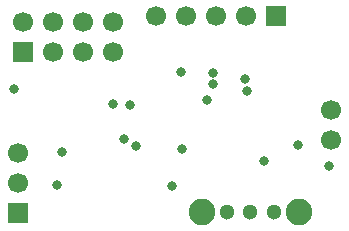
<source format=gbr>
%TF.GenerationSoftware,KiCad,Pcbnew,7.0.5*%
%TF.CreationDate,2024-01-14T18:06:27+01:00*%
%TF.ProjectId,rc_hotwheels,72635f68-6f74-4776-9865-656c732e6b69,rev?*%
%TF.SameCoordinates,Original*%
%TF.FileFunction,Soldermask,Bot*%
%TF.FilePolarity,Negative*%
%FSLAX46Y46*%
G04 Gerber Fmt 4.6, Leading zero omitted, Abs format (unit mm)*
G04 Created by KiCad (PCBNEW 7.0.5) date 2024-01-14 18:06:27*
%MOMM*%
%LPD*%
G01*
G04 APERTURE LIST*
%ADD10R,1.700000X1.700000*%
%ADD11C,1.700000*%
%ADD12C,1.300000*%
%ADD13C,2.250000*%
%ADD14C,0.800000*%
G04 APERTURE END LIST*
D10*
%TO.C,ST*%
X81584800Y-35229800D03*
D11*
X79044800Y-35229800D03*
X76504800Y-35229800D03*
X73964800Y-35229800D03*
X71424800Y-35229800D03*
%TD*%
%TO.C,SM1*%
X59791600Y-46837600D03*
X59791600Y-49377600D03*
D10*
X59791600Y-51917600D03*
%TD*%
D11*
%TO.C,BT1*%
X86251605Y-45720000D03*
X86251605Y-43180000D03*
%TD*%
D10*
%TO.C,U3*%
X60143920Y-38287797D03*
D11*
X60143920Y-35747797D03*
X62683920Y-38287797D03*
X62683920Y-35747797D03*
X65223920Y-38287797D03*
X65223920Y-35747797D03*
X67763920Y-38287797D03*
X67763920Y-35747797D03*
%TD*%
D12*
%TO.C,S1*%
X77443517Y-51874862D03*
X79443517Y-51874862D03*
X81443517Y-51874862D03*
D13*
X75343517Y-51874862D03*
X83543517Y-51874862D03*
%TD*%
D14*
X59461400Y-41478200D03*
X73520265Y-40021520D03*
X68720000Y-45690000D03*
X67800000Y-42700000D03*
X69710000Y-46280000D03*
X69260500Y-42840000D03*
X76276200Y-40055800D03*
X78992640Y-40620812D03*
X76247654Y-41054895D03*
X79108428Y-41613585D03*
X63500000Y-46736000D03*
X80619600Y-47574200D03*
X75742800Y-42367200D03*
X72775806Y-49682142D03*
X83489800Y-46165100D03*
X86110000Y-48000000D03*
X63087710Y-49610485D03*
X73638567Y-46525827D03*
M02*

</source>
